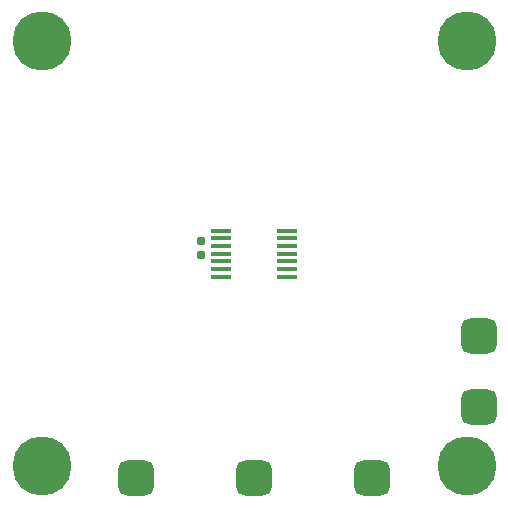
<source format=gbr>
%TF.GenerationSoftware,KiCad,Pcbnew,8.0.4-8.0.4-0~ubuntu24.04.1*%
%TF.CreationDate,2024-08-03T15:04:24+08:00*%
%TF.ProjectId,CawDrive,43617744-7269-4766-952e-6b696361645f,rev?*%
%TF.SameCoordinates,Original*%
%TF.FileFunction,Soldermask,Bot*%
%TF.FilePolarity,Negative*%
%FSLAX46Y46*%
G04 Gerber Fmt 4.6, Leading zero omitted, Abs format (unit mm)*
G04 Created by KiCad (PCBNEW 8.0.4-8.0.4-0~ubuntu24.04.1) date 2024-08-03 15:04:24*
%MOMM*%
%LPD*%
G01*
G04 APERTURE LIST*
G04 Aperture macros list*
%AMRoundRect*
0 Rectangle with rounded corners*
0 $1 Rounding radius*
0 $2 $3 $4 $5 $6 $7 $8 $9 X,Y pos of 4 corners*
0 Add a 4 corners polygon primitive as box body*
4,1,4,$2,$3,$4,$5,$6,$7,$8,$9,$2,$3,0*
0 Add four circle primitives for the rounded corners*
1,1,$1+$1,$2,$3*
1,1,$1+$1,$4,$5*
1,1,$1+$1,$6,$7*
1,1,$1+$1,$8,$9*
0 Add four rect primitives between the rounded corners*
20,1,$1+$1,$2,$3,$4,$5,0*
20,1,$1+$1,$4,$5,$6,$7,0*
20,1,$1+$1,$6,$7,$8,$9,0*
20,1,$1+$1,$8,$9,$2,$3,0*%
G04 Aperture macros list end*
%ADD10RoundRect,0.750000X-0.750000X-0.750000X0.750000X-0.750000X0.750000X0.750000X-0.750000X0.750000X0*%
%ADD11C,0.800000*%
%ADD12C,5.000000*%
%ADD13RoundRect,0.155000X-0.155000X0.212500X-0.155000X-0.212500X0.155000X-0.212500X0.155000X0.212500X0*%
%ADD14R,1.700000X0.400000*%
G04 APERTURE END LIST*
D10*
%TO.C,H8*%
X160000000Y-96000000D03*
%TD*%
D11*
%TO.C,H2*%
X157125000Y-71000000D03*
X157674175Y-69674175D03*
X157674175Y-72325825D03*
X159000000Y-69125000D03*
D12*
X159000000Y-71000000D03*
D11*
X159000000Y-72875000D03*
X160325825Y-69674175D03*
X160325825Y-72325825D03*
X160875000Y-71000000D03*
%TD*%
D10*
%TO.C,H6*%
X141000000Y-108000000D03*
%TD*%
D11*
%TO.C,H4*%
X121125000Y-107000000D03*
X121674175Y-105674175D03*
X121674175Y-108325825D03*
X123000000Y-105125000D03*
D12*
X123000000Y-107000000D03*
D11*
X123000000Y-108875000D03*
X124325825Y-105674175D03*
X124325825Y-108325825D03*
X124875000Y-107000000D03*
%TD*%
D10*
%TO.C,H7*%
X151000000Y-108000000D03*
%TD*%
%TO.C,H9*%
X160000000Y-102000000D03*
%TD*%
D11*
%TO.C,H1*%
X121125000Y-71000000D03*
X121674175Y-69674175D03*
X121674175Y-72325825D03*
X123000000Y-69125000D03*
D12*
X123000000Y-71000000D03*
D11*
X123000000Y-72875000D03*
X124325825Y-69674175D03*
X124325825Y-72325825D03*
X124875000Y-71000000D03*
%TD*%
%TO.C,H3*%
X157125000Y-107000000D03*
X157674175Y-105674175D03*
X157674175Y-108325825D03*
X159000000Y-105125000D03*
D12*
X159000000Y-107000000D03*
D11*
X159000000Y-108875000D03*
X160325825Y-105674175D03*
X160325825Y-108325825D03*
X160875000Y-107000000D03*
%TD*%
D10*
%TO.C,H5*%
X131000000Y-108000000D03*
%TD*%
D13*
%TO.C,C17*%
X136525000Y-87951500D03*
X136525000Y-89086500D03*
%TD*%
D14*
%TO.C,U1*%
X143800000Y-87050000D03*
X143800000Y-87700000D03*
X143800000Y-88350000D03*
X143800000Y-89000000D03*
X143800000Y-89650000D03*
X143800000Y-90300000D03*
X143800000Y-90950000D03*
X138200000Y-90950000D03*
X138200000Y-90300000D03*
X138200000Y-89650000D03*
X138200000Y-89000000D03*
X138200000Y-88350000D03*
X138200000Y-87700000D03*
X138200000Y-87050000D03*
%TD*%
M02*

</source>
